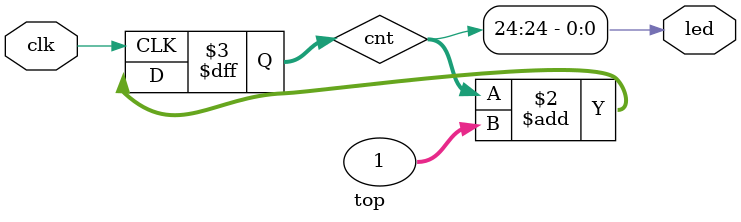
<source format=v>
module top
(
    input  clk,
    output led
);

    reg [31:0] cnt;
    
    always @ (posedge clk)
        cnt <= cnt + 1;

    assign led = cnt [24];

endmodule

</source>
